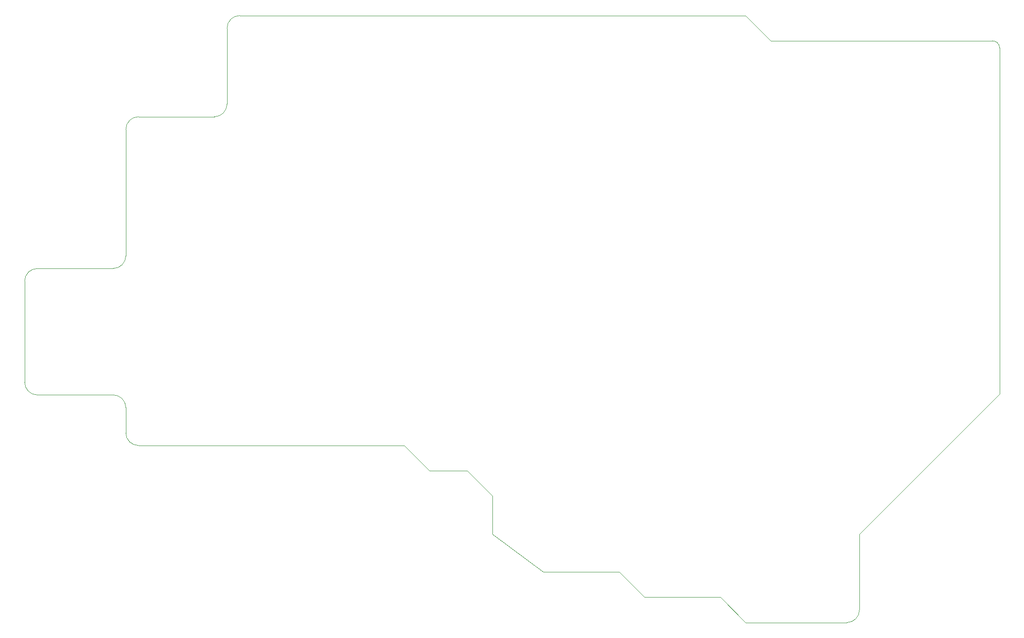
<source format=gm1>
%TF.GenerationSoftware,KiCad,Pcbnew,5.1.9*%
%TF.CreationDate,2021-04-06T00:25:38+02:00*%
%TF.ProjectId,splitkeeb - pro micros,73706c69-746b-4656-9562-202d2070726f,rev?*%
%TF.SameCoordinates,Original*%
%TF.FileFunction,Profile,NP*%
%FSLAX46Y46*%
G04 Gerber Fmt 4.6, Leading zero omitted, Abs format (unit mm)*
G04 Created by KiCad (PCBNEW 5.1.9) date 2021-04-06 00:25:38*
%MOMM*%
%LPD*%
G01*
G04 APERTURE LIST*
%TA.AperFunction,Profile*%
%ADD10C,0.100000*%
%TD*%
G04 APERTURE END LIST*
D10*
X228670670Y-109208640D02*
X228675669Y-109198640D01*
X223721920Y-114157390D02*
X228670670Y-109208640D01*
X227356574Y-42718634D02*
X185621920Y-42718634D01*
X228675669Y-44018641D02*
X228675669Y-109198640D01*
X227356574Y-42718635D02*
G75*
G02*
X228675669Y-44018641I9096J-1310005D01*
G01*
X116565670Y-118919890D02*
X66559420Y-118919890D01*
X66559420Y-118919890D02*
G75*
G02*
X64178170Y-116538640I0J2381250D01*
G01*
X61796920Y-109394890D02*
G75*
G02*
X64178170Y-111776140I0J-2381250D01*
G01*
X47509420Y-109394890D02*
G75*
G02*
X45128170Y-107013640I0J2381250D01*
G01*
X45128170Y-87963640D02*
G75*
G02*
X47509420Y-85582390I2381250J0D01*
G01*
X64178170Y-83201140D02*
G75*
G02*
X61796920Y-85582390I-2381250J0D01*
G01*
X83228170Y-54626140D02*
G75*
G02*
X80846920Y-57007390I-2381250J0D01*
G01*
X64178170Y-59388640D02*
G75*
G02*
X66559420Y-57007390I2381250J0D01*
G01*
X83228170Y-40338640D02*
G75*
G02*
X85609420Y-37957390I2381250J0D01*
G01*
X202290670Y-149876140D02*
G75*
G02*
X199909420Y-152257390I-2381250J0D01*
G01*
X121328170Y-123682390D02*
X116565670Y-118919890D01*
X128471920Y-123682390D02*
X121328170Y-123682390D01*
X133234420Y-128444890D02*
X128471920Y-123682390D01*
X133234420Y-135588640D02*
X133234420Y-128444890D01*
X142759420Y-142732390D02*
X133234420Y-135588640D01*
X221340670Y-116538640D02*
X223721920Y-114157390D01*
X202290670Y-135588640D02*
X221340670Y-116538640D01*
X202290670Y-149876140D02*
X202290670Y-135588640D01*
X180859420Y-152257390D02*
X199909420Y-152257390D01*
X176096920Y-147494890D02*
X180859420Y-152257390D01*
X161809420Y-147494890D02*
X176096920Y-147494890D01*
X157046920Y-142732390D02*
X161809420Y-147494890D01*
X142759420Y-142732390D02*
X157046920Y-142732390D01*
X64178170Y-111776140D02*
X64178170Y-116538640D01*
X47509420Y-109394890D02*
X61796920Y-109394890D01*
X45128170Y-87963640D02*
X45128170Y-107013640D01*
X61796920Y-85582390D02*
X47509420Y-85582390D01*
X64178170Y-59388640D02*
X64178170Y-83201140D01*
X80846920Y-57007390D02*
X66559420Y-57007390D01*
X83228170Y-40338640D02*
X83228170Y-54626140D01*
X87990670Y-37957390D02*
X85609420Y-37957390D01*
X180859420Y-37957390D02*
X185621920Y-42719890D01*
X87990670Y-37957390D02*
X180859420Y-37957390D01*
M02*

</source>
